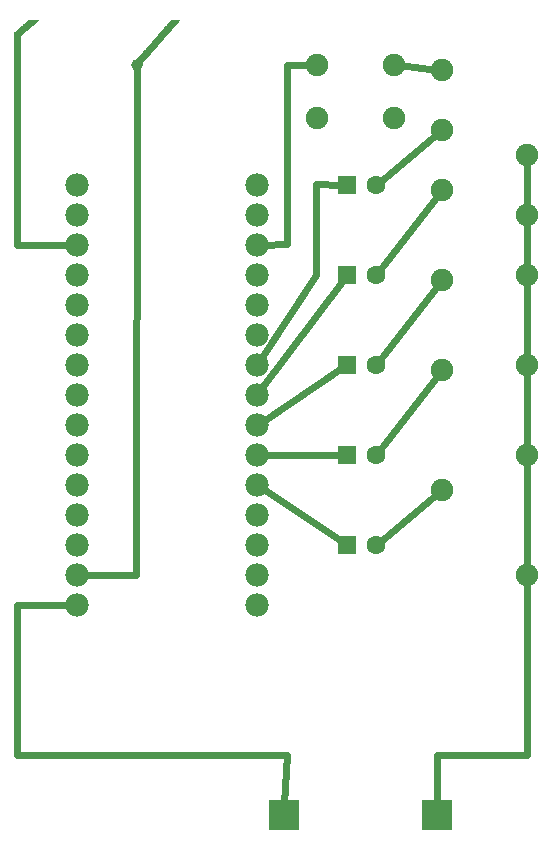
<source format=gbl>
G04 MADE WITH FRITZING*
G04 WWW.FRITZING.ORG*
G04 DOUBLE SIDED*
G04 HOLES PLATED*
G04 CONTOUR ON CENTER OF CONTOUR VECTOR*
%ASAXBY*%
%FSLAX23Y23*%
%MOIN*%
%OFA0B0*%
%SFA1.0B1.0*%
%ADD10C,0.075000*%
%ADD11C,0.062992*%
%ADD12C,0.100000*%
%ADD13C,0.078000*%
%ADD14C,0.039370*%
%ADD15R,0.062992X0.062992*%
%ADD16C,0.024000*%
%ADD17R,0.001000X0.001000*%
%LNCOPPER0*%
G90*
G70*
G54D10*
X1483Y4501D03*
X1766Y4218D03*
X1483Y4301D03*
X1766Y4018D03*
X1483Y4001D03*
X1766Y3718D03*
X1483Y3701D03*
X1766Y3418D03*
X1483Y3301D03*
X1766Y3018D03*
G54D11*
X1166Y4318D03*
X1264Y4318D03*
X1166Y4018D03*
X1264Y4018D03*
X1166Y3718D03*
X1264Y3718D03*
X1166Y3418D03*
X1264Y3418D03*
X1166Y3118D03*
X1264Y3118D03*
G54D12*
X956Y2218D03*
X1466Y2218D03*
G54D10*
X1322Y4540D03*
X1066Y4540D03*
X1322Y4718D03*
X1066Y4718D03*
X1483Y4701D03*
X1766Y4418D03*
G54D13*
X866Y2918D03*
X866Y3018D03*
X866Y3118D03*
X866Y3218D03*
X866Y3318D03*
X866Y3418D03*
X866Y3518D03*
X866Y3618D03*
X866Y3718D03*
X866Y3818D03*
X866Y3918D03*
X866Y4018D03*
X866Y4118D03*
X866Y4218D03*
X866Y4318D03*
X266Y4318D03*
X266Y4218D03*
X266Y4118D03*
X266Y4018D03*
X266Y3918D03*
X266Y3818D03*
X266Y3718D03*
X266Y3618D03*
X266Y3518D03*
X266Y3418D03*
X266Y3318D03*
X266Y3218D03*
X266Y3118D03*
X266Y3018D03*
X266Y2918D03*
G54D14*
X466Y4718D03*
G54D15*
X1166Y4318D03*
X1166Y4018D03*
X1166Y3718D03*
X1166Y3418D03*
X1166Y3118D03*
G54D16*
X1766Y4035D02*
X1766Y4200D01*
D02*
X1048Y4717D02*
X966Y4716D01*
D02*
X966Y4716D02*
X966Y4119D01*
D02*
X966Y4119D02*
X885Y4118D01*
D02*
X1064Y4017D02*
X876Y3734D01*
D02*
X1064Y4319D02*
X1064Y4017D01*
D02*
X1150Y4318D02*
X1064Y4319D01*
D02*
X1156Y4005D02*
X877Y3633D01*
D02*
X882Y3528D02*
X1153Y3709D01*
D02*
X885Y3418D02*
X1150Y3418D01*
D02*
X1339Y4716D02*
X1466Y4702D01*
D02*
X1276Y4328D02*
X1470Y4489D01*
D02*
X1766Y4235D02*
X1766Y4400D01*
D02*
X1274Y4030D02*
X1472Y4287D01*
D02*
X1766Y3735D02*
X1766Y4000D01*
D02*
X1766Y3700D02*
X1766Y3435D01*
D02*
X1274Y3430D02*
X1472Y3687D01*
D02*
X1274Y3730D02*
X1472Y3987D01*
D02*
X1276Y3128D02*
X1470Y3289D01*
D02*
X1766Y3400D02*
X1766Y3035D01*
D02*
X1466Y2417D02*
X1466Y2258D01*
D02*
X1766Y3000D02*
X1767Y2417D01*
D02*
X1767Y2417D02*
X1466Y2417D01*
D02*
X247Y2918D02*
X66Y2917D01*
D02*
X66Y2917D02*
X66Y2417D01*
D02*
X66Y2417D02*
X966Y2417D01*
D02*
X966Y2417D02*
X958Y2258D01*
D02*
X882Y3307D02*
X1153Y3126D01*
D02*
X247Y4118D02*
X66Y4118D01*
D02*
X66Y4118D02*
X66Y4817D01*
D02*
X285Y3018D02*
X465Y3017D01*
D02*
X465Y3017D02*
X466Y4710D01*
G54D17*
X108Y4868D02*
X144Y4868D01*
X582Y4868D02*
X613Y4868D01*
X107Y4867D02*
X143Y4867D01*
X581Y4867D02*
X612Y4867D01*
X106Y4866D02*
X141Y4866D01*
X580Y4866D02*
X611Y4866D01*
X104Y4865D02*
X140Y4865D01*
X580Y4865D02*
X610Y4865D01*
X103Y4864D02*
X139Y4864D01*
X579Y4864D02*
X610Y4864D01*
X102Y4863D02*
X138Y4863D01*
X578Y4863D02*
X609Y4863D01*
X101Y4862D02*
X137Y4862D01*
X577Y4862D02*
X608Y4862D01*
X100Y4861D02*
X136Y4861D01*
X576Y4861D02*
X607Y4861D01*
X99Y4860D02*
X134Y4860D01*
X575Y4860D02*
X606Y4860D01*
X97Y4859D02*
X133Y4859D01*
X574Y4859D02*
X605Y4859D01*
X96Y4858D02*
X132Y4858D01*
X573Y4858D02*
X604Y4858D01*
X95Y4857D02*
X131Y4857D01*
X573Y4857D02*
X603Y4857D01*
X94Y4856D02*
X130Y4856D01*
X572Y4856D02*
X603Y4856D01*
X93Y4855D02*
X129Y4855D01*
X571Y4855D02*
X602Y4855D01*
X92Y4854D02*
X128Y4854D01*
X570Y4854D02*
X601Y4854D01*
X90Y4853D02*
X126Y4853D01*
X569Y4853D02*
X600Y4853D01*
X89Y4852D02*
X125Y4852D01*
X568Y4852D02*
X599Y4852D01*
X88Y4851D02*
X124Y4851D01*
X567Y4851D02*
X598Y4851D01*
X87Y4850D02*
X123Y4850D01*
X566Y4850D02*
X597Y4850D01*
X86Y4849D02*
X122Y4849D01*
X566Y4849D02*
X596Y4849D01*
X85Y4848D02*
X121Y4848D01*
X565Y4848D02*
X596Y4848D01*
X83Y4847D02*
X119Y4847D01*
X564Y4847D02*
X595Y4847D01*
X82Y4846D02*
X118Y4846D01*
X563Y4846D02*
X594Y4846D01*
X81Y4845D02*
X117Y4845D01*
X562Y4845D02*
X593Y4845D01*
X80Y4844D02*
X116Y4844D01*
X561Y4844D02*
X592Y4844D01*
X79Y4843D02*
X115Y4843D01*
X560Y4843D02*
X591Y4843D01*
X78Y4842D02*
X114Y4842D01*
X559Y4842D02*
X590Y4842D01*
X77Y4841D02*
X112Y4841D01*
X559Y4841D02*
X589Y4841D01*
X75Y4840D02*
X111Y4840D01*
X558Y4840D02*
X589Y4840D01*
X74Y4839D02*
X110Y4839D01*
X557Y4839D02*
X588Y4839D01*
X73Y4838D02*
X109Y4838D01*
X556Y4838D02*
X587Y4838D01*
X72Y4837D02*
X108Y4837D01*
X555Y4837D02*
X586Y4837D01*
X71Y4836D02*
X107Y4836D01*
X554Y4836D02*
X585Y4836D01*
X70Y4835D02*
X105Y4835D01*
X553Y4835D02*
X584Y4835D01*
X68Y4834D02*
X104Y4834D01*
X552Y4834D02*
X583Y4834D01*
X67Y4833D02*
X103Y4833D01*
X552Y4833D02*
X582Y4833D01*
X66Y4832D02*
X102Y4832D01*
X551Y4832D02*
X582Y4832D01*
X65Y4831D02*
X101Y4831D01*
X550Y4831D02*
X581Y4831D01*
X64Y4830D02*
X100Y4830D01*
X549Y4830D02*
X580Y4830D01*
X63Y4829D02*
X98Y4829D01*
X548Y4829D02*
X579Y4829D01*
X61Y4828D02*
X97Y4828D01*
X547Y4828D02*
X578Y4828D01*
X60Y4827D02*
X96Y4827D01*
X546Y4827D02*
X577Y4827D01*
X59Y4826D02*
X95Y4826D01*
X545Y4826D02*
X576Y4826D01*
X58Y4825D02*
X94Y4825D01*
X545Y4825D02*
X575Y4825D01*
X57Y4824D02*
X93Y4824D01*
X544Y4824D02*
X575Y4824D01*
X57Y4823D02*
X91Y4823D01*
X543Y4823D02*
X574Y4823D01*
X56Y4822D02*
X90Y4822D01*
X542Y4822D02*
X573Y4822D01*
X56Y4821D02*
X89Y4821D01*
X541Y4821D02*
X572Y4821D01*
X56Y4820D02*
X88Y4820D01*
X540Y4820D02*
X571Y4820D01*
X56Y4819D02*
X87Y4819D01*
X539Y4819D02*
X570Y4819D01*
X55Y4818D02*
X86Y4818D01*
X538Y4818D02*
X569Y4818D01*
X55Y4817D02*
X84Y4817D01*
X538Y4817D02*
X568Y4817D01*
X55Y4816D02*
X83Y4816D01*
X537Y4816D02*
X568Y4816D01*
X56Y4815D02*
X82Y4815D01*
X536Y4815D02*
X567Y4815D01*
X56Y4814D02*
X81Y4814D01*
X535Y4814D02*
X566Y4814D01*
X56Y4813D02*
X80Y4813D01*
X534Y4813D02*
X565Y4813D01*
X57Y4812D02*
X79Y4812D01*
X533Y4812D02*
X564Y4812D01*
X57Y4811D02*
X77Y4811D01*
X532Y4811D02*
X563Y4811D01*
X58Y4810D02*
X76Y4810D01*
X531Y4810D02*
X562Y4810D01*
X59Y4809D02*
X75Y4809D01*
X531Y4809D02*
X561Y4809D01*
X60Y4808D02*
X74Y4808D01*
X530Y4808D02*
X561Y4808D01*
X61Y4807D02*
X72Y4807D01*
X529Y4807D02*
X560Y4807D01*
X64Y4806D02*
X70Y4806D01*
X528Y4806D02*
X559Y4806D01*
X527Y4805D02*
X558Y4805D01*
X526Y4804D02*
X557Y4804D01*
X525Y4803D02*
X556Y4803D01*
X524Y4802D02*
X555Y4802D01*
X524Y4801D02*
X554Y4801D01*
X523Y4800D02*
X554Y4800D01*
X522Y4799D02*
X553Y4799D01*
X521Y4798D02*
X552Y4798D01*
X520Y4797D02*
X551Y4797D01*
X519Y4796D02*
X550Y4796D01*
X518Y4795D02*
X549Y4795D01*
X517Y4794D02*
X548Y4794D01*
X517Y4793D02*
X547Y4793D01*
X516Y4792D02*
X547Y4792D01*
X515Y4791D02*
X546Y4791D01*
X514Y4790D02*
X545Y4790D01*
X513Y4789D02*
X544Y4789D01*
X512Y4788D02*
X543Y4788D01*
X511Y4787D02*
X542Y4787D01*
X510Y4786D02*
X541Y4786D01*
X510Y4785D02*
X540Y4785D01*
X509Y4784D02*
X540Y4784D01*
X508Y4783D02*
X539Y4783D01*
X507Y4782D02*
X538Y4782D01*
X506Y4781D02*
X537Y4781D01*
X505Y4780D02*
X536Y4780D01*
X504Y4779D02*
X535Y4779D01*
X503Y4778D02*
X534Y4778D01*
X503Y4777D02*
X533Y4777D01*
X502Y4776D02*
X533Y4776D01*
X501Y4775D02*
X532Y4775D01*
X500Y4774D02*
X531Y4774D01*
X499Y4773D02*
X530Y4773D01*
X498Y4772D02*
X529Y4772D01*
X497Y4771D02*
X528Y4771D01*
X496Y4770D02*
X527Y4770D01*
X496Y4769D02*
X526Y4769D01*
X495Y4768D02*
X526Y4768D01*
X494Y4767D02*
X525Y4767D01*
X493Y4766D02*
X524Y4766D01*
X492Y4765D02*
X523Y4765D01*
X491Y4764D02*
X522Y4764D01*
X490Y4763D02*
X521Y4763D01*
X489Y4762D02*
X520Y4762D01*
X489Y4761D02*
X519Y4761D01*
X488Y4760D02*
X519Y4760D01*
X487Y4759D02*
X518Y4759D01*
X486Y4758D02*
X517Y4758D01*
X485Y4757D02*
X516Y4757D01*
X484Y4756D02*
X515Y4756D01*
X483Y4755D02*
X514Y4755D01*
X482Y4754D02*
X513Y4754D01*
X482Y4753D02*
X512Y4753D01*
X481Y4752D02*
X512Y4752D01*
X480Y4751D02*
X511Y4751D01*
X479Y4750D02*
X510Y4750D01*
X478Y4749D02*
X509Y4749D01*
X477Y4748D02*
X508Y4748D01*
X476Y4747D02*
X507Y4747D01*
X475Y4746D02*
X506Y4746D01*
X475Y4745D02*
X505Y4745D01*
X474Y4744D02*
X505Y4744D01*
X473Y4743D02*
X504Y4743D01*
X472Y4742D02*
X503Y4742D01*
X471Y4741D02*
X502Y4741D01*
X470Y4740D02*
X501Y4740D01*
X469Y4739D02*
X500Y4739D01*
X468Y4738D02*
X499Y4738D01*
X468Y4737D02*
X498Y4737D01*
X467Y4736D02*
X498Y4736D01*
X466Y4735D02*
X497Y4735D01*
X465Y4734D02*
X496Y4734D01*
X464Y4733D02*
X495Y4733D01*
X463Y4732D02*
X494Y4732D01*
X462Y4731D02*
X493Y4731D01*
X462Y4730D02*
X492Y4730D01*
X461Y4729D02*
X491Y4729D01*
X461Y4728D02*
X491Y4728D01*
X460Y4727D02*
X490Y4727D01*
X460Y4726D02*
X489Y4726D01*
X460Y4725D02*
X488Y4725D01*
X460Y4724D02*
X487Y4724D01*
X460Y4723D02*
X486Y4723D01*
X460Y4722D02*
X485Y4722D01*
X460Y4721D02*
X485Y4721D01*
X461Y4720D02*
X484Y4720D01*
X461Y4719D02*
X483Y4719D01*
X462Y4718D02*
X482Y4718D01*
X462Y4717D02*
X481Y4717D01*
X463Y4716D02*
X480Y4716D01*
X464Y4715D02*
X479Y4715D01*
X465Y4714D02*
X478Y4714D01*
X467Y4713D02*
X476Y4713D01*
X470Y4712D02*
X473Y4712D01*
X907Y2268D02*
X1005Y2268D01*
X1417Y2268D02*
X1515Y2268D01*
X907Y2267D02*
X1006Y2267D01*
X1417Y2267D02*
X1516Y2267D01*
X907Y2266D02*
X1006Y2266D01*
X1417Y2266D02*
X1516Y2266D01*
X907Y2265D02*
X1006Y2265D01*
X1417Y2265D02*
X1516Y2265D01*
X907Y2264D02*
X1006Y2264D01*
X1417Y2264D02*
X1516Y2264D01*
X907Y2263D02*
X1006Y2263D01*
X1417Y2263D02*
X1516Y2263D01*
X907Y2262D02*
X1006Y2262D01*
X1417Y2262D02*
X1516Y2262D01*
X907Y2261D02*
X1006Y2261D01*
X1417Y2261D02*
X1516Y2261D01*
X907Y2260D02*
X1006Y2260D01*
X1417Y2260D02*
X1516Y2260D01*
X907Y2259D02*
X1006Y2259D01*
X1417Y2259D02*
X1516Y2259D01*
X907Y2258D02*
X955Y2258D01*
X957Y2258D02*
X1006Y2258D01*
X1417Y2258D02*
X1465Y2258D01*
X1467Y2258D02*
X1516Y2258D01*
X907Y2257D02*
X947Y2257D01*
X966Y2257D02*
X1006Y2257D01*
X1417Y2257D02*
X1457Y2257D01*
X1475Y2257D02*
X1516Y2257D01*
X907Y2256D02*
X943Y2256D01*
X969Y2256D02*
X1006Y2256D01*
X1417Y2256D02*
X1453Y2256D01*
X1479Y2256D02*
X1516Y2256D01*
X907Y2255D02*
X940Y2255D01*
X972Y2255D02*
X1006Y2255D01*
X1417Y2255D02*
X1450Y2255D01*
X1482Y2255D02*
X1516Y2255D01*
X907Y2254D02*
X938Y2254D01*
X974Y2254D02*
X1006Y2254D01*
X1417Y2254D02*
X1448Y2254D01*
X1484Y2254D02*
X1516Y2254D01*
X907Y2253D02*
X936Y2253D01*
X976Y2253D02*
X1006Y2253D01*
X1417Y2253D02*
X1446Y2253D01*
X1486Y2253D02*
X1516Y2253D01*
X907Y2252D02*
X935Y2252D01*
X978Y2252D02*
X1006Y2252D01*
X1417Y2252D02*
X1445Y2252D01*
X1488Y2252D02*
X1516Y2252D01*
X907Y2251D02*
X933Y2251D01*
X979Y2251D02*
X1006Y2251D01*
X1417Y2251D02*
X1443Y2251D01*
X1489Y2251D02*
X1516Y2251D01*
X907Y2250D02*
X932Y2250D01*
X981Y2250D02*
X1006Y2250D01*
X1417Y2250D02*
X1442Y2250D01*
X1491Y2250D02*
X1516Y2250D01*
X907Y2249D02*
X930Y2249D01*
X982Y2249D02*
X1006Y2249D01*
X1417Y2249D02*
X1440Y2249D01*
X1492Y2249D02*
X1516Y2249D01*
X907Y2248D02*
X929Y2248D01*
X983Y2248D02*
X1006Y2248D01*
X1417Y2248D02*
X1439Y2248D01*
X1493Y2248D02*
X1516Y2248D01*
X907Y2247D02*
X928Y2247D01*
X984Y2247D02*
X1006Y2247D01*
X1417Y2247D02*
X1438Y2247D01*
X1494Y2247D02*
X1516Y2247D01*
X907Y2246D02*
X927Y2246D01*
X985Y2246D02*
X1006Y2246D01*
X1417Y2246D02*
X1437Y2246D01*
X1495Y2246D02*
X1516Y2246D01*
X907Y2245D02*
X926Y2245D01*
X986Y2245D02*
X1006Y2245D01*
X1417Y2245D02*
X1436Y2245D01*
X1496Y2245D02*
X1516Y2245D01*
X907Y2244D02*
X925Y2244D01*
X987Y2244D02*
X1006Y2244D01*
X1417Y2244D02*
X1435Y2244D01*
X1497Y2244D02*
X1516Y2244D01*
X907Y2243D02*
X924Y2243D01*
X988Y2243D02*
X1006Y2243D01*
X1417Y2243D02*
X1434Y2243D01*
X1498Y2243D02*
X1516Y2243D01*
X907Y2242D02*
X924Y2242D01*
X989Y2242D02*
X1006Y2242D01*
X1417Y2242D02*
X1434Y2242D01*
X1499Y2242D02*
X1516Y2242D01*
X907Y2241D02*
X923Y2241D01*
X989Y2241D02*
X1006Y2241D01*
X1417Y2241D02*
X1433Y2241D01*
X1499Y2241D02*
X1516Y2241D01*
X907Y2240D02*
X922Y2240D01*
X990Y2240D02*
X1006Y2240D01*
X1417Y2240D02*
X1432Y2240D01*
X1500Y2240D02*
X1516Y2240D01*
X907Y2239D02*
X922Y2239D01*
X991Y2239D02*
X1006Y2239D01*
X1417Y2239D02*
X1432Y2239D01*
X1501Y2239D02*
X1516Y2239D01*
X907Y2238D02*
X921Y2238D01*
X991Y2238D02*
X1006Y2238D01*
X1417Y2238D02*
X1431Y2238D01*
X1501Y2238D02*
X1516Y2238D01*
X907Y2237D02*
X920Y2237D01*
X992Y2237D02*
X1006Y2237D01*
X1417Y2237D02*
X1430Y2237D01*
X1502Y2237D02*
X1516Y2237D01*
X907Y2236D02*
X920Y2236D01*
X992Y2236D02*
X1006Y2236D01*
X1417Y2236D02*
X1430Y2236D01*
X1502Y2236D02*
X1516Y2236D01*
X907Y2235D02*
X920Y2235D01*
X993Y2235D02*
X1006Y2235D01*
X1417Y2235D02*
X1429Y2235D01*
X1503Y2235D02*
X1516Y2235D01*
X907Y2234D02*
X919Y2234D01*
X993Y2234D02*
X1006Y2234D01*
X1417Y2234D02*
X1429Y2234D01*
X1503Y2234D02*
X1516Y2234D01*
X907Y2233D02*
X919Y2233D01*
X994Y2233D02*
X1006Y2233D01*
X1417Y2233D02*
X1429Y2233D01*
X1504Y2233D02*
X1516Y2233D01*
X907Y2232D02*
X918Y2232D01*
X994Y2232D02*
X1006Y2232D01*
X1417Y2232D02*
X1428Y2232D01*
X1504Y2232D02*
X1516Y2232D01*
X907Y2231D02*
X918Y2231D01*
X994Y2231D02*
X1006Y2231D01*
X1417Y2231D02*
X1428Y2231D01*
X1504Y2231D02*
X1516Y2231D01*
X907Y2230D02*
X918Y2230D01*
X995Y2230D02*
X1006Y2230D01*
X1417Y2230D02*
X1427Y2230D01*
X1505Y2230D02*
X1516Y2230D01*
X907Y2229D02*
X917Y2229D01*
X995Y2229D02*
X1006Y2229D01*
X1417Y2229D02*
X1427Y2229D01*
X1505Y2229D02*
X1516Y2229D01*
X907Y2228D02*
X917Y2228D01*
X995Y2228D02*
X1006Y2228D01*
X1417Y2228D02*
X1427Y2228D01*
X1505Y2228D02*
X1516Y2228D01*
X907Y2227D02*
X917Y2227D01*
X996Y2227D02*
X1006Y2227D01*
X1417Y2227D02*
X1427Y2227D01*
X1505Y2227D02*
X1516Y2227D01*
X907Y2226D02*
X917Y2226D01*
X996Y2226D02*
X1006Y2226D01*
X1417Y2226D02*
X1426Y2226D01*
X1506Y2226D02*
X1516Y2226D01*
X907Y2225D02*
X916Y2225D01*
X996Y2225D02*
X1006Y2225D01*
X1417Y2225D02*
X1426Y2225D01*
X1506Y2225D02*
X1516Y2225D01*
X907Y2224D02*
X916Y2224D01*
X996Y2224D02*
X1006Y2224D01*
X1417Y2224D02*
X1426Y2224D01*
X1506Y2224D02*
X1516Y2224D01*
X907Y2223D02*
X916Y2223D01*
X996Y2223D02*
X1006Y2223D01*
X1417Y2223D02*
X1426Y2223D01*
X1506Y2223D02*
X1516Y2223D01*
X907Y2222D02*
X916Y2222D01*
X996Y2222D02*
X1006Y2222D01*
X1417Y2222D02*
X1426Y2222D01*
X1506Y2222D02*
X1516Y2222D01*
X907Y2221D02*
X916Y2221D01*
X997Y2221D02*
X1006Y2221D01*
X1417Y2221D02*
X1426Y2221D01*
X1506Y2221D02*
X1516Y2221D01*
X907Y2220D02*
X916Y2220D01*
X997Y2220D02*
X1006Y2220D01*
X1417Y2220D02*
X1426Y2220D01*
X1506Y2220D02*
X1516Y2220D01*
X907Y2219D02*
X916Y2219D01*
X997Y2219D02*
X1006Y2219D01*
X1417Y2219D02*
X1426Y2219D01*
X1506Y2219D02*
X1516Y2219D01*
X907Y2218D02*
X916Y2218D01*
X997Y2218D02*
X1006Y2218D01*
X1417Y2218D02*
X1426Y2218D01*
X1507Y2218D02*
X1516Y2218D01*
X907Y2217D02*
X916Y2217D01*
X997Y2217D02*
X1006Y2217D01*
X1417Y2217D02*
X1426Y2217D01*
X1506Y2217D02*
X1516Y2217D01*
X907Y2216D02*
X916Y2216D01*
X997Y2216D02*
X1006Y2216D01*
X1417Y2216D02*
X1426Y2216D01*
X1506Y2216D02*
X1516Y2216D01*
X907Y2215D02*
X916Y2215D01*
X997Y2215D02*
X1006Y2215D01*
X1417Y2215D02*
X1426Y2215D01*
X1506Y2215D02*
X1516Y2215D01*
X907Y2214D02*
X916Y2214D01*
X996Y2214D02*
X1006Y2214D01*
X1417Y2214D02*
X1426Y2214D01*
X1506Y2214D02*
X1516Y2214D01*
X907Y2213D02*
X916Y2213D01*
X996Y2213D02*
X1006Y2213D01*
X1417Y2213D02*
X1426Y2213D01*
X1506Y2213D02*
X1516Y2213D01*
X907Y2212D02*
X916Y2212D01*
X996Y2212D02*
X1006Y2212D01*
X1417Y2212D02*
X1426Y2212D01*
X1506Y2212D02*
X1516Y2212D01*
X907Y2211D02*
X916Y2211D01*
X996Y2211D02*
X1006Y2211D01*
X1417Y2211D02*
X1426Y2211D01*
X1506Y2211D02*
X1516Y2211D01*
X907Y2210D02*
X917Y2210D01*
X996Y2210D02*
X1006Y2210D01*
X1417Y2210D02*
X1426Y2210D01*
X1506Y2210D02*
X1516Y2210D01*
X907Y2209D02*
X917Y2209D01*
X996Y2209D02*
X1006Y2209D01*
X1417Y2209D02*
X1427Y2209D01*
X1505Y2209D02*
X1516Y2209D01*
X907Y2208D02*
X917Y2208D01*
X995Y2208D02*
X1006Y2208D01*
X1417Y2208D02*
X1427Y2208D01*
X1505Y2208D02*
X1516Y2208D01*
X907Y2207D02*
X917Y2207D01*
X995Y2207D02*
X1006Y2207D01*
X1417Y2207D02*
X1427Y2207D01*
X1505Y2207D02*
X1516Y2207D01*
X907Y2206D02*
X918Y2206D01*
X995Y2206D02*
X1006Y2206D01*
X1417Y2206D02*
X1427Y2206D01*
X1505Y2206D02*
X1516Y2206D01*
X907Y2205D02*
X918Y2205D01*
X994Y2205D02*
X1006Y2205D01*
X1417Y2205D02*
X1428Y2205D01*
X1504Y2205D02*
X1516Y2205D01*
X907Y2204D02*
X918Y2204D01*
X994Y2204D02*
X1006Y2204D01*
X1417Y2204D02*
X1428Y2204D01*
X1504Y2204D02*
X1516Y2204D01*
X907Y2203D02*
X919Y2203D01*
X994Y2203D02*
X1006Y2203D01*
X1417Y2203D02*
X1429Y2203D01*
X1504Y2203D02*
X1516Y2203D01*
X907Y2202D02*
X919Y2202D01*
X993Y2202D02*
X1006Y2202D01*
X1417Y2202D02*
X1429Y2202D01*
X1503Y2202D02*
X1516Y2202D01*
X907Y2201D02*
X920Y2201D01*
X993Y2201D02*
X1006Y2201D01*
X1417Y2201D02*
X1429Y2201D01*
X1503Y2201D02*
X1516Y2201D01*
X907Y2200D02*
X920Y2200D01*
X992Y2200D02*
X1006Y2200D01*
X1417Y2200D02*
X1430Y2200D01*
X1502Y2200D02*
X1516Y2200D01*
X907Y2199D02*
X921Y2199D01*
X992Y2199D02*
X1006Y2199D01*
X1417Y2199D02*
X1430Y2199D01*
X1502Y2199D02*
X1516Y2199D01*
X907Y2198D02*
X921Y2198D01*
X991Y2198D02*
X1006Y2198D01*
X1417Y2198D02*
X1431Y2198D01*
X1501Y2198D02*
X1516Y2198D01*
X907Y2197D02*
X922Y2197D01*
X991Y2197D02*
X1006Y2197D01*
X1417Y2197D02*
X1432Y2197D01*
X1501Y2197D02*
X1516Y2197D01*
X907Y2196D02*
X922Y2196D01*
X990Y2196D02*
X1006Y2196D01*
X1417Y2196D02*
X1432Y2196D01*
X1500Y2196D02*
X1516Y2196D01*
X907Y2195D02*
X923Y2195D01*
X989Y2195D02*
X1006Y2195D01*
X1417Y2195D02*
X1433Y2195D01*
X1499Y2195D02*
X1516Y2195D01*
X907Y2194D02*
X924Y2194D01*
X989Y2194D02*
X1006Y2194D01*
X1417Y2194D02*
X1434Y2194D01*
X1498Y2194D02*
X1516Y2194D01*
X907Y2193D02*
X925Y2193D01*
X988Y2193D02*
X1006Y2193D01*
X1417Y2193D02*
X1434Y2193D01*
X1498Y2193D02*
X1516Y2193D01*
X907Y2192D02*
X925Y2192D01*
X987Y2192D02*
X1006Y2192D01*
X1417Y2192D02*
X1435Y2192D01*
X1497Y2192D02*
X1516Y2192D01*
X907Y2191D02*
X926Y2191D01*
X986Y2191D02*
X1006Y2191D01*
X1417Y2191D02*
X1436Y2191D01*
X1496Y2191D02*
X1516Y2191D01*
X907Y2190D02*
X927Y2190D01*
X985Y2190D02*
X1006Y2190D01*
X1417Y2190D02*
X1437Y2190D01*
X1495Y2190D02*
X1516Y2190D01*
X907Y2189D02*
X928Y2189D01*
X984Y2189D02*
X1006Y2189D01*
X1417Y2189D02*
X1438Y2189D01*
X1494Y2189D02*
X1516Y2189D01*
X907Y2188D02*
X929Y2188D01*
X983Y2188D02*
X1006Y2188D01*
X1417Y2188D02*
X1439Y2188D01*
X1493Y2188D02*
X1516Y2188D01*
X907Y2187D02*
X930Y2187D01*
X982Y2187D02*
X1006Y2187D01*
X1417Y2187D02*
X1440Y2187D01*
X1492Y2187D02*
X1516Y2187D01*
X907Y2186D02*
X932Y2186D01*
X981Y2186D02*
X1006Y2186D01*
X1417Y2186D02*
X1442Y2186D01*
X1490Y2186D02*
X1516Y2186D01*
X907Y2185D02*
X933Y2185D01*
X979Y2185D02*
X1006Y2185D01*
X1417Y2185D02*
X1443Y2185D01*
X1489Y2185D02*
X1516Y2185D01*
X907Y2184D02*
X935Y2184D01*
X978Y2184D02*
X1006Y2184D01*
X1417Y2184D02*
X1445Y2184D01*
X1487Y2184D02*
X1516Y2184D01*
X907Y2183D02*
X936Y2183D01*
X976Y2183D02*
X1006Y2183D01*
X1417Y2183D02*
X1446Y2183D01*
X1486Y2183D02*
X1516Y2183D01*
X907Y2182D02*
X938Y2182D01*
X974Y2182D02*
X1006Y2182D01*
X1417Y2182D02*
X1448Y2182D01*
X1484Y2182D02*
X1516Y2182D01*
X907Y2181D02*
X941Y2181D01*
X972Y2181D02*
X1006Y2181D01*
X1417Y2181D02*
X1450Y2181D01*
X1482Y2181D02*
X1516Y2181D01*
X907Y2180D02*
X943Y2180D01*
X969Y2180D02*
X1006Y2180D01*
X1417Y2180D02*
X1453Y2180D01*
X1479Y2180D02*
X1516Y2180D01*
X907Y2179D02*
X947Y2179D01*
X965Y2179D02*
X1006Y2179D01*
X1417Y2179D02*
X1457Y2179D01*
X1475Y2179D02*
X1516Y2179D01*
X907Y2178D02*
X1006Y2178D01*
X1417Y2178D02*
X1516Y2178D01*
X907Y2177D02*
X1006Y2177D01*
X1417Y2177D02*
X1516Y2177D01*
X907Y2176D02*
X1006Y2176D01*
X1417Y2176D02*
X1516Y2176D01*
X907Y2175D02*
X1006Y2175D01*
X1417Y2175D02*
X1516Y2175D01*
X907Y2174D02*
X1006Y2174D01*
X1417Y2174D02*
X1516Y2174D01*
X907Y2173D02*
X1006Y2173D01*
X1417Y2173D02*
X1516Y2173D01*
X907Y2172D02*
X1006Y2172D01*
X1417Y2172D02*
X1516Y2172D01*
X907Y2171D02*
X1006Y2171D01*
X1417Y2171D02*
X1516Y2171D01*
X907Y2170D02*
X1006Y2170D01*
X1417Y2170D02*
X1516Y2170D01*
X907Y2169D02*
X1006Y2169D01*
X1417Y2169D02*
X1516Y2169D01*
D02*
G04 End of Copper0*
M02*
</source>
